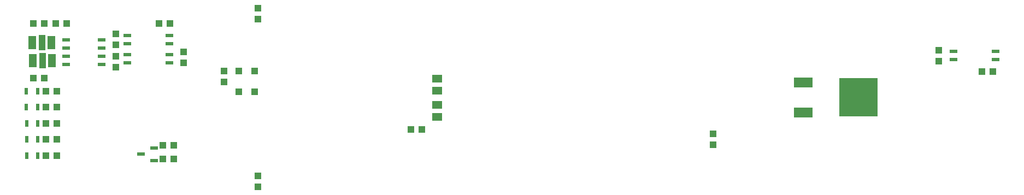
<source format=gbr>
G04 EAGLE Gerber RS-274X export*
G75*
%MOMM*%
%FSLAX34Y34*%
%LPD*%
%INSolderpaste Top*%
%IPPOS*%
%AMOC8*
5,1,8,0,0,1.08239X$1,22.5*%
G01*
%ADD10R,1.500000X1.300000*%
%ADD11R,1.100000X1.000000*%
%ADD12R,0.600000X1.000000*%
%ADD13R,1.000000X1.100000*%
%ADD14R,1.311800X0.551800*%
%ADD15R,1.071800X1.061800*%
%ADD16R,1.200000X2.000000*%
%ADD17R,1.000000X2.400000*%
%ADD18R,3.000000X1.600000*%
%ADD19R,6.000000X6.000000*%
%ADD20R,1.260700X0.551800*%
%ADD21R,1.180100X0.609200*%


D10*
X707500Y149500D03*
X707500Y168500D03*
X707500Y209500D03*
X707500Y190500D03*
D11*
X683500Y130000D03*
X666500Y130000D03*
X210000Y243500D03*
X210000Y226500D03*
D12*
X89000Y140000D03*
X72000Y140000D03*
D13*
X101500Y140000D03*
X118500Y140000D03*
D14*
X292500Y233650D03*
X292500Y246350D03*
X227500Y246350D03*
X227500Y233650D03*
D15*
X425000Y221250D03*
X425000Y188750D03*
D11*
X315000Y250500D03*
X315000Y233500D03*
D15*
X400000Y221250D03*
X400000Y188750D03*
D11*
X81500Y210000D03*
X98500Y210000D03*
D16*
X111000Y237000D03*
D17*
X96000Y237000D03*
D16*
X81000Y237000D03*
D11*
X377500Y204000D03*
X377500Y221000D03*
D12*
X89000Y90000D03*
X72000Y90000D03*
D13*
X101500Y90000D03*
X118500Y90000D03*
D12*
X89000Y115000D03*
X72000Y115000D03*
D13*
X101500Y115000D03*
X118500Y115000D03*
X430000Y301500D03*
X430000Y318500D03*
X430000Y58500D03*
X430000Y41500D03*
D14*
X1572500Y238650D03*
X1572500Y251350D03*
X1507500Y251350D03*
X1507500Y238650D03*
D13*
X1568500Y220000D03*
X1551500Y220000D03*
D18*
X1275000Y203000D03*
X1275000Y157000D03*
D19*
X1360000Y180000D03*
D11*
X1485000Y253500D03*
X1485000Y236500D03*
D13*
X1135000Y123500D03*
X1135000Y106500D03*
D20*
X187756Y230950D03*
X187756Y243650D03*
X187756Y256350D03*
X187756Y269050D03*
X132244Y269050D03*
X132244Y256350D03*
X132244Y243650D03*
X132244Y230950D03*
D16*
X110000Y265000D03*
D17*
X95000Y265000D03*
D16*
X80000Y265000D03*
D14*
X292500Y263650D03*
X292500Y276350D03*
X227500Y276350D03*
X227500Y263650D03*
D11*
X210000Y278500D03*
X210000Y261500D03*
D13*
X293500Y295000D03*
X276500Y295000D03*
X98500Y295000D03*
X81500Y295000D03*
X133500Y295000D03*
X116500Y295000D03*
X101500Y190000D03*
X118500Y190000D03*
D12*
X89000Y190000D03*
X71000Y190000D03*
D13*
X101500Y165000D03*
X118500Y165000D03*
D12*
X89000Y165000D03*
X71000Y165000D03*
D21*
X269245Y82500D03*
X269245Y101500D03*
X248755Y92000D03*
D13*
X299500Y106000D03*
X282500Y106000D03*
X282500Y85000D03*
X299500Y85000D03*
M02*

</source>
